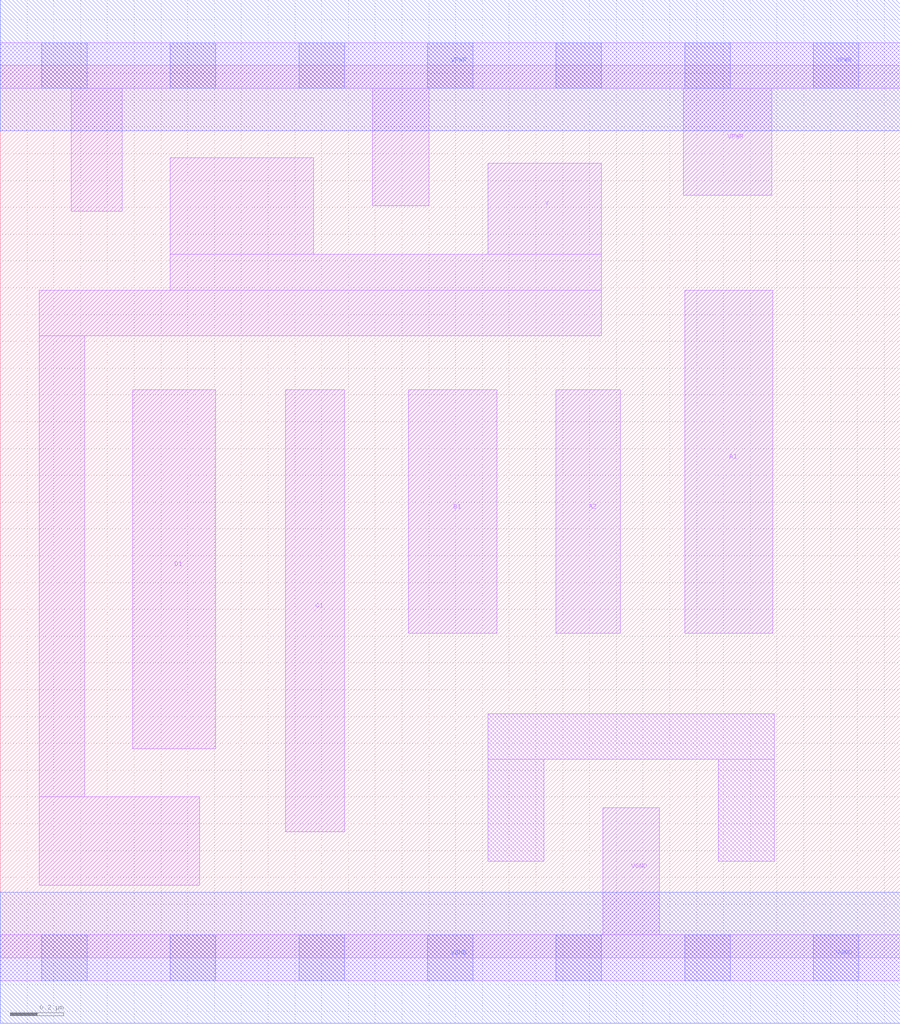
<source format=lef>
# Copyright 2020 The SkyWater PDK Authors
#
# Licensed under the Apache License, Version 2.0 (the "License");
# you may not use this file except in compliance with the License.
# You may obtain a copy of the License at
#
#     https://www.apache.org/licenses/LICENSE-2.0
#
# Unless required by applicable law or agreed to in writing, software
# distributed under the License is distributed on an "AS IS" BASIS,
# WITHOUT WARRANTIES OR CONDITIONS OF ANY KIND, either express or implied.
# See the License for the specific language governing permissions and
# limitations under the License.
#
# SPDX-License-Identifier: Apache-2.0

VERSION 5.7 ;
  NAMESCASESENSITIVE ON ;
  NOWIREEXTENSIONATPIN ON ;
  DIVIDERCHAR "/" ;
  BUSBITCHARS "[]" ;
UNITS
  DATABASE MICRONS 200 ;
END UNITS
MACRO sky130_fd_sc_lp__o2111ai_m
  CLASS CORE ;
  SOURCE USER ;
  FOREIGN sky130_fd_sc_lp__o2111ai_m ;
  ORIGIN  0.000000  0.000000 ;
  SIZE  3.360000 BY  3.330000 ;
  SYMMETRY X Y R90 ;
  SITE unit ;
  PIN A1
    ANTENNAGATEAREA  0.126000 ;
    DIRECTION INPUT ;
    USE SIGNAL ;
    PORT
      LAYER li1 ;
        RECT 2.555000 1.210000 2.885000 2.490000 ;
    END
  END A1
  PIN A2
    ANTENNAGATEAREA  0.126000 ;
    DIRECTION INPUT ;
    USE SIGNAL ;
    PORT
      LAYER li1 ;
        RECT 2.075000 1.210000 2.315000 2.120000 ;
    END
  END A2
  PIN B1
    ANTENNAGATEAREA  0.126000 ;
    DIRECTION INPUT ;
    USE SIGNAL ;
    PORT
      LAYER li1 ;
        RECT 1.525000 1.210000 1.855000 2.120000 ;
    END
  END B1
  PIN C1
    ANTENNAGATEAREA  0.126000 ;
    DIRECTION INPUT ;
    USE SIGNAL ;
    PORT
      LAYER li1 ;
        RECT 1.065000 0.470000 1.285000 2.120000 ;
    END
  END C1
  PIN D1
    ANTENNAGATEAREA  0.126000 ;
    DIRECTION INPUT ;
    USE SIGNAL ;
    PORT
      LAYER li1 ;
        RECT 0.495000 0.780000 0.805000 2.120000 ;
    END
  END D1
  PIN Y
    ANTENNADIFFAREA  0.403200 ;
    DIRECTION OUTPUT ;
    USE SIGNAL ;
    PORT
      LAYER li1 ;
        RECT 0.145000 0.270000 0.745000 0.600000 ;
        RECT 0.145000 0.600000 0.315000 2.320000 ;
        RECT 0.145000 2.320000 2.245000 2.490000 ;
        RECT 0.635000 2.490000 2.245000 2.625000 ;
        RECT 0.635000 2.625000 1.170000 2.985000 ;
        RECT 1.820000 2.625000 2.245000 2.965000 ;
    END
  END Y
  PIN VGND
    DIRECTION INOUT ;
    USE GROUND ;
    PORT
      LAYER li1 ;
        RECT 0.000000 -0.085000 3.360000 0.085000 ;
        RECT 2.250000  0.085000 2.460000 0.560000 ;
      LAYER mcon ;
        RECT 0.155000 -0.085000 0.325000 0.085000 ;
        RECT 0.635000 -0.085000 0.805000 0.085000 ;
        RECT 1.115000 -0.085000 1.285000 0.085000 ;
        RECT 1.595000 -0.085000 1.765000 0.085000 ;
        RECT 2.075000 -0.085000 2.245000 0.085000 ;
        RECT 2.555000 -0.085000 2.725000 0.085000 ;
        RECT 3.035000 -0.085000 3.205000 0.085000 ;
      LAYER met1 ;
        RECT 0.000000 -0.245000 3.360000 0.245000 ;
    END
  END VGND
  PIN VPWR
    DIRECTION INOUT ;
    USE POWER ;
    PORT
      LAYER li1 ;
        RECT 0.000000 3.245000 3.360000 3.415000 ;
        RECT 0.265000 2.785000 0.455000 3.245000 ;
        RECT 1.390000 2.805000 1.600000 3.245000 ;
        RECT 2.550000 2.845000 2.880000 3.245000 ;
      LAYER mcon ;
        RECT 0.155000 3.245000 0.325000 3.415000 ;
        RECT 0.635000 3.245000 0.805000 3.415000 ;
        RECT 1.115000 3.245000 1.285000 3.415000 ;
        RECT 1.595000 3.245000 1.765000 3.415000 ;
        RECT 2.075000 3.245000 2.245000 3.415000 ;
        RECT 2.555000 3.245000 2.725000 3.415000 ;
        RECT 3.035000 3.245000 3.205000 3.415000 ;
      LAYER met1 ;
        RECT 0.000000 3.085000 3.360000 3.575000 ;
    END
  END VPWR
  OBS
    LAYER li1 ;
      RECT 1.820000 0.360000 2.030000 0.740000 ;
      RECT 1.820000 0.740000 2.890000 0.910000 ;
      RECT 2.680000 0.360000 2.890000 0.740000 ;
  END
END sky130_fd_sc_lp__o2111ai_m

</source>
